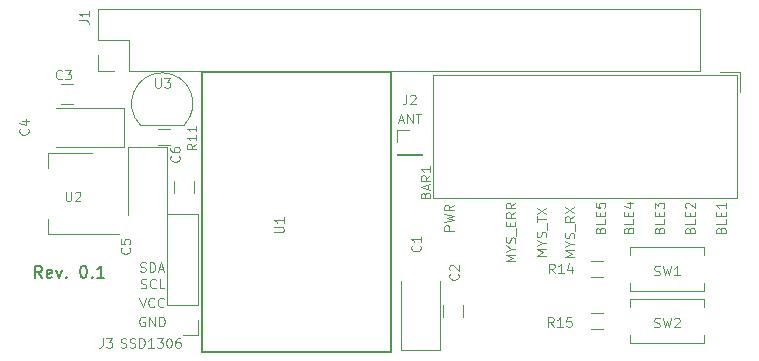
<source format=gto>
%TF.GenerationSoftware,KiCad,Pcbnew,no-vcs-found-47f37ef~60~ubuntu16.04.1*%
%TF.CreationDate,2017-10-11T15:33:38+03:00*%
%TF.ProjectId,rpi_zero,7270695F7A65726F2E6B696361645F70,rev?*%
%TF.SameCoordinates,Original*%
%TF.FileFunction,Legend,Top*%
%TF.FilePolarity,Positive*%
%FSLAX46Y46*%
G04 Gerber Fmt 4.6, Leading zero omitted, Abs format (unit mm)*
G04 Created by KiCad (PCBNEW no-vcs-found-47f37ef~60~ubuntu16.04.1) date Wed Oct 11 15:33:38 2017*
%MOMM*%
%LPD*%
G01*
G04 APERTURE LIST*
%ADD10C,0.120000*%
%ADD11C,0.140000*%
%ADD12C,0.150000*%
%ADD13O,1.200000X2.200000*%
%ADD14C,3.200000*%
%ADD15O,1.700000X1.700000*%
%ADD16R,1.700000X1.700000*%
%ADD17R,2.500000X3.200000*%
%ADD18R,1.250000X1.500000*%
%ADD19R,1.500000X1.250000*%
%ADD20R,3.200000X2.500000*%
%ADD21R,1.200000X3.000000*%
%ADD22R,2.000000X1.500000*%
%ADD23R,2.000000X3.800000*%
%ADD24R,1.200000X0.900000*%
%ADD25R,0.900000X1.500000*%
%ADD26O,0.900000X1.500000*%
%ADD27R,1.350000X1.350000*%
%ADD28R,2.000000X1.600000*%
G04 APERTURE END LIST*
D10*
X141997594Y-89792753D02*
X142378546Y-89792753D01*
X141921403Y-90021324D02*
X142188070Y-89221324D01*
X142454737Y-90021324D01*
X142721403Y-90021324D02*
X142721403Y-89221324D01*
X143178546Y-90021324D01*
X143178546Y-89221324D01*
X143445213Y-89221324D02*
X143902356Y-89221324D01*
X143673784Y-90021324D02*
X143673784Y-89221324D01*
X120140451Y-102583229D02*
X120254737Y-102621324D01*
X120445213Y-102621324D01*
X120521403Y-102583229D01*
X120559499Y-102545134D01*
X120597594Y-102468943D01*
X120597594Y-102392753D01*
X120559499Y-102316562D01*
X120521403Y-102278467D01*
X120445213Y-102240372D01*
X120292832Y-102202277D01*
X120216641Y-102164181D01*
X120178546Y-102126086D01*
X120140451Y-102049896D01*
X120140451Y-101973705D01*
X120178546Y-101897515D01*
X120216641Y-101859420D01*
X120292832Y-101821324D01*
X120483308Y-101821324D01*
X120597594Y-101859420D01*
X120940451Y-102621324D02*
X120940451Y-101821324D01*
X121130927Y-101821324D01*
X121245213Y-101859420D01*
X121321403Y-101935610D01*
X121359499Y-102011800D01*
X121397594Y-102164181D01*
X121397594Y-102278467D01*
X121359499Y-102430848D01*
X121321403Y-102507039D01*
X121245213Y-102583229D01*
X121130927Y-102621324D01*
X120940451Y-102621324D01*
X121702356Y-102392753D02*
X122083308Y-102392753D01*
X121626165Y-102621324D02*
X121892832Y-101821324D01*
X122159499Y-102621324D01*
X120159499Y-103983229D02*
X120273784Y-104021324D01*
X120464260Y-104021324D01*
X120540451Y-103983229D01*
X120578546Y-103945134D01*
X120616641Y-103868943D01*
X120616641Y-103792753D01*
X120578546Y-103716562D01*
X120540451Y-103678467D01*
X120464260Y-103640372D01*
X120311880Y-103602277D01*
X120235689Y-103564181D01*
X120197594Y-103526086D01*
X120159499Y-103449896D01*
X120159499Y-103373705D01*
X120197594Y-103297515D01*
X120235689Y-103259420D01*
X120311880Y-103221324D01*
X120502356Y-103221324D01*
X120616641Y-103259420D01*
X121416641Y-103945134D02*
X121378546Y-103983229D01*
X121264260Y-104021324D01*
X121188070Y-104021324D01*
X121073784Y-103983229D01*
X120997594Y-103907039D01*
X120959499Y-103830848D01*
X120921403Y-103678467D01*
X120921403Y-103564181D01*
X120959499Y-103411800D01*
X120997594Y-103335610D01*
X121073784Y-103259420D01*
X121188070Y-103221324D01*
X121264260Y-103221324D01*
X121378546Y-103259420D01*
X121416641Y-103297515D01*
X122140451Y-104021324D02*
X121759499Y-104021324D01*
X121759499Y-103221324D01*
X120045213Y-104821324D02*
X120311880Y-105621324D01*
X120578546Y-104821324D01*
X121302356Y-105545134D02*
X121264260Y-105583229D01*
X121149975Y-105621324D01*
X121073784Y-105621324D01*
X120959499Y-105583229D01*
X120883308Y-105507039D01*
X120845213Y-105430848D01*
X120807118Y-105278467D01*
X120807118Y-105164181D01*
X120845213Y-105011800D01*
X120883308Y-104935610D01*
X120959499Y-104859420D01*
X121073784Y-104821324D01*
X121149975Y-104821324D01*
X121264260Y-104859420D01*
X121302356Y-104897515D01*
X122102356Y-105545134D02*
X122064260Y-105583229D01*
X121949975Y-105621324D01*
X121873784Y-105621324D01*
X121759499Y-105583229D01*
X121683308Y-105507039D01*
X121645213Y-105430848D01*
X121607118Y-105278467D01*
X121607118Y-105164181D01*
X121645213Y-105011800D01*
X121683308Y-104935610D01*
X121759499Y-104859420D01*
X121873784Y-104821324D01*
X121949975Y-104821324D01*
X122064260Y-104859420D01*
X122102356Y-104897515D01*
X120502356Y-106459420D02*
X120426165Y-106421324D01*
X120311880Y-106421324D01*
X120197594Y-106459420D01*
X120121403Y-106535610D01*
X120083308Y-106611800D01*
X120045213Y-106764181D01*
X120045213Y-106878467D01*
X120083308Y-107030848D01*
X120121403Y-107107039D01*
X120197594Y-107183229D01*
X120311880Y-107221324D01*
X120388070Y-107221324D01*
X120502356Y-107183229D01*
X120540451Y-107145134D01*
X120540451Y-106878467D01*
X120388070Y-106878467D01*
X120883308Y-107221324D02*
X120883308Y-106421324D01*
X121340451Y-107221324D01*
X121340451Y-106421324D01*
X121721403Y-107221324D02*
X121721403Y-106421324D01*
X121911880Y-106421324D01*
X122026165Y-106459420D01*
X122102356Y-106535610D01*
X122140451Y-106611800D01*
X122178546Y-106764181D01*
X122178546Y-106878467D01*
X122140451Y-107030848D01*
X122102356Y-107107039D01*
X122026165Y-107183229D01*
X121911880Y-107221324D01*
X121721403Y-107221324D01*
X118478546Y-108983229D02*
X118592832Y-109021324D01*
X118783308Y-109021324D01*
X118859499Y-108983229D01*
X118897594Y-108945134D01*
X118935689Y-108868943D01*
X118935689Y-108792753D01*
X118897594Y-108716562D01*
X118859499Y-108678467D01*
X118783308Y-108640372D01*
X118630927Y-108602277D01*
X118554737Y-108564181D01*
X118516641Y-108526086D01*
X118478546Y-108449896D01*
X118478546Y-108373705D01*
X118516641Y-108297515D01*
X118554737Y-108259420D01*
X118630927Y-108221324D01*
X118821403Y-108221324D01*
X118935689Y-108259420D01*
X119240451Y-108983229D02*
X119354737Y-109021324D01*
X119545213Y-109021324D01*
X119621403Y-108983229D01*
X119659499Y-108945134D01*
X119697594Y-108868943D01*
X119697594Y-108792753D01*
X119659499Y-108716562D01*
X119621403Y-108678467D01*
X119545213Y-108640372D01*
X119392832Y-108602277D01*
X119316641Y-108564181D01*
X119278546Y-108526086D01*
X119240451Y-108449896D01*
X119240451Y-108373705D01*
X119278546Y-108297515D01*
X119316641Y-108259420D01*
X119392832Y-108221324D01*
X119583308Y-108221324D01*
X119697594Y-108259420D01*
X120040451Y-109021324D02*
X120040451Y-108221324D01*
X120230927Y-108221324D01*
X120345213Y-108259420D01*
X120421403Y-108335610D01*
X120459499Y-108411800D01*
X120497594Y-108564181D01*
X120497594Y-108678467D01*
X120459499Y-108830848D01*
X120421403Y-108907039D01*
X120345213Y-108983229D01*
X120230927Y-109021324D01*
X120040451Y-109021324D01*
X121259499Y-109021324D02*
X120802356Y-109021324D01*
X121030927Y-109021324D02*
X121030927Y-108221324D01*
X120954737Y-108335610D01*
X120878546Y-108411800D01*
X120802356Y-108449896D01*
X121526165Y-108221324D02*
X122021403Y-108221324D01*
X121754737Y-108526086D01*
X121869022Y-108526086D01*
X121945213Y-108564181D01*
X121983308Y-108602277D01*
X122021403Y-108678467D01*
X122021403Y-108868943D01*
X121983308Y-108945134D01*
X121945213Y-108983229D01*
X121869022Y-109021324D01*
X121640451Y-109021324D01*
X121564260Y-108983229D01*
X121526165Y-108945134D01*
X122516641Y-108221324D02*
X122592832Y-108221324D01*
X122669022Y-108259420D01*
X122707118Y-108297515D01*
X122745213Y-108373705D01*
X122783308Y-108526086D01*
X122783308Y-108716562D01*
X122745213Y-108868943D01*
X122707118Y-108945134D01*
X122669022Y-108983229D01*
X122592832Y-109021324D01*
X122516641Y-109021324D01*
X122440451Y-108983229D01*
X122402356Y-108945134D01*
X122364260Y-108868943D01*
X122326165Y-108716562D01*
X122326165Y-108526086D01*
X122364260Y-108373705D01*
X122402356Y-108297515D01*
X122440451Y-108259420D01*
X122516641Y-108221324D01*
X123469022Y-108221324D02*
X123316641Y-108221324D01*
X123240451Y-108259420D01*
X123202356Y-108297515D01*
X123126165Y-108411800D01*
X123088070Y-108564181D01*
X123088070Y-108868943D01*
X123126165Y-108945134D01*
X123164260Y-108983229D01*
X123240451Y-109021324D01*
X123392832Y-109021324D01*
X123469022Y-108983229D01*
X123507118Y-108945134D01*
X123545213Y-108868943D01*
X123545213Y-108678467D01*
X123507118Y-108602277D01*
X123469022Y-108564181D01*
X123392832Y-108526086D01*
X123240451Y-108526086D01*
X123164260Y-108564181D01*
X123126165Y-108602277D01*
X123088070Y-108678467D01*
D11*
X111802356Y-103111800D02*
X111469022Y-102635610D01*
X111230927Y-103111800D02*
X111230927Y-102111800D01*
X111611880Y-102111800D01*
X111707118Y-102159420D01*
X111754737Y-102207039D01*
X111802356Y-102302277D01*
X111802356Y-102445134D01*
X111754737Y-102540372D01*
X111707118Y-102587991D01*
X111611880Y-102635610D01*
X111230927Y-102635610D01*
X112611880Y-103064181D02*
X112516641Y-103111800D01*
X112326165Y-103111800D01*
X112230927Y-103064181D01*
X112183308Y-102968943D01*
X112183308Y-102587991D01*
X112230927Y-102492753D01*
X112326165Y-102445134D01*
X112516641Y-102445134D01*
X112611880Y-102492753D01*
X112659499Y-102587991D01*
X112659499Y-102683229D01*
X112183308Y-102778467D01*
X112992832Y-102445134D02*
X113230927Y-103111800D01*
X113469022Y-102445134D01*
X113849975Y-103016562D02*
X113897594Y-103064181D01*
X113849975Y-103111800D01*
X113802356Y-103064181D01*
X113849975Y-103016562D01*
X113849975Y-103111800D01*
X115278546Y-102111800D02*
X115373784Y-102111800D01*
X115469022Y-102159420D01*
X115516641Y-102207039D01*
X115564260Y-102302277D01*
X115611880Y-102492753D01*
X115611880Y-102730848D01*
X115564260Y-102921324D01*
X115516641Y-103016562D01*
X115469022Y-103064181D01*
X115373784Y-103111800D01*
X115278546Y-103111800D01*
X115183308Y-103064181D01*
X115135689Y-103016562D01*
X115088070Y-102921324D01*
X115040451Y-102730848D01*
X115040451Y-102492753D01*
X115088070Y-102302277D01*
X115135689Y-102207039D01*
X115183308Y-102159420D01*
X115278546Y-102111800D01*
X116040451Y-103016562D02*
X116088070Y-103064181D01*
X116040451Y-103111800D01*
X115992832Y-103064181D01*
X116040451Y-103016562D01*
X116040451Y-103111800D01*
X117040451Y-103111800D02*
X116469022Y-103111800D01*
X116754737Y-103111800D02*
X116754737Y-102111800D01*
X116659499Y-102254658D01*
X116564260Y-102349896D01*
X116469022Y-102397515D01*
D10*
X159054737Y-99068943D02*
X159092832Y-98954658D01*
X159130927Y-98916562D01*
X159207118Y-98878467D01*
X159321403Y-98878467D01*
X159397594Y-98916562D01*
X159435689Y-98954658D01*
X159473784Y-99030848D01*
X159473784Y-99335610D01*
X158673784Y-99335610D01*
X158673784Y-99068943D01*
X158711880Y-98992753D01*
X158749975Y-98954658D01*
X158826165Y-98916562D01*
X158902356Y-98916562D01*
X158978546Y-98954658D01*
X159016641Y-98992753D01*
X159054737Y-99068943D01*
X159054737Y-99335610D01*
X159473784Y-98154658D02*
X159473784Y-98535610D01*
X158673784Y-98535610D01*
X159054737Y-97887991D02*
X159054737Y-97621324D01*
X159473784Y-97507039D02*
X159473784Y-97887991D01*
X158673784Y-97887991D01*
X158673784Y-97507039D01*
X158673784Y-96783229D02*
X158673784Y-97164181D01*
X159054737Y-97202277D01*
X159016641Y-97164181D01*
X158978546Y-97087991D01*
X158978546Y-96897515D01*
X159016641Y-96821324D01*
X159054737Y-96783229D01*
X159130927Y-96745134D01*
X159321403Y-96745134D01*
X159397594Y-96783229D01*
X159435689Y-96821324D01*
X159473784Y-96897515D01*
X159473784Y-97087991D01*
X159435689Y-97164181D01*
X159397594Y-97202277D01*
X156873784Y-101335610D02*
X156073784Y-101335610D01*
X156645213Y-101068943D01*
X156073784Y-100802277D01*
X156873784Y-100802277D01*
X156492832Y-100268943D02*
X156873784Y-100268943D01*
X156073784Y-100535610D02*
X156492832Y-100268943D01*
X156073784Y-100002277D01*
X156835689Y-99773705D02*
X156873784Y-99659420D01*
X156873784Y-99468943D01*
X156835689Y-99392753D01*
X156797594Y-99354658D01*
X156721403Y-99316562D01*
X156645213Y-99316562D01*
X156569022Y-99354658D01*
X156530927Y-99392753D01*
X156492832Y-99468943D01*
X156454737Y-99621324D01*
X156416641Y-99697515D01*
X156378546Y-99735610D01*
X156302356Y-99773705D01*
X156226165Y-99773705D01*
X156149975Y-99735610D01*
X156111880Y-99697515D01*
X156073784Y-99621324D01*
X156073784Y-99430848D01*
X156111880Y-99316562D01*
X156949975Y-99164181D02*
X156949975Y-98554658D01*
X156873784Y-97907039D02*
X156492832Y-98173705D01*
X156873784Y-98364181D02*
X156073784Y-98364181D01*
X156073784Y-98059420D01*
X156111880Y-97983229D01*
X156149975Y-97945134D01*
X156226165Y-97907039D01*
X156340451Y-97907039D01*
X156416641Y-97945134D01*
X156454737Y-97983229D01*
X156492832Y-98059420D01*
X156492832Y-98364181D01*
X156073784Y-97640372D02*
X156873784Y-97107039D01*
X156073784Y-97107039D02*
X156873784Y-97640372D01*
X154473784Y-101240372D02*
X153673784Y-101240372D01*
X154245213Y-100973705D01*
X153673784Y-100707039D01*
X154473784Y-100707039D01*
X154092832Y-100173705D02*
X154473784Y-100173705D01*
X153673784Y-100440372D02*
X154092832Y-100173705D01*
X153673784Y-99907039D01*
X154435689Y-99678467D02*
X154473784Y-99564181D01*
X154473784Y-99373705D01*
X154435689Y-99297515D01*
X154397594Y-99259420D01*
X154321403Y-99221324D01*
X154245213Y-99221324D01*
X154169022Y-99259420D01*
X154130927Y-99297515D01*
X154092832Y-99373705D01*
X154054737Y-99526086D01*
X154016641Y-99602277D01*
X153978546Y-99640372D01*
X153902356Y-99678467D01*
X153826165Y-99678467D01*
X153749975Y-99640372D01*
X153711880Y-99602277D01*
X153673784Y-99526086D01*
X153673784Y-99335610D01*
X153711880Y-99221324D01*
X154549975Y-99068943D02*
X154549975Y-98459420D01*
X153673784Y-98383229D02*
X153673784Y-97926086D01*
X154473784Y-98154658D02*
X153673784Y-98154658D01*
X153673784Y-97735610D02*
X154473784Y-97202277D01*
X153673784Y-97202277D02*
X154473784Y-97735610D01*
X151873784Y-101716562D02*
X151073784Y-101716562D01*
X151645213Y-101449896D01*
X151073784Y-101183229D01*
X151873784Y-101183229D01*
X151492832Y-100649896D02*
X151873784Y-100649896D01*
X151073784Y-100916562D02*
X151492832Y-100649896D01*
X151073784Y-100383229D01*
X151835689Y-100154658D02*
X151873784Y-100040372D01*
X151873784Y-99849896D01*
X151835689Y-99773705D01*
X151797594Y-99735610D01*
X151721403Y-99697515D01*
X151645213Y-99697515D01*
X151569022Y-99735610D01*
X151530927Y-99773705D01*
X151492832Y-99849896D01*
X151454737Y-100002277D01*
X151416641Y-100078467D01*
X151378546Y-100116562D01*
X151302356Y-100154658D01*
X151226165Y-100154658D01*
X151149975Y-100116562D01*
X151111880Y-100078467D01*
X151073784Y-100002277D01*
X151073784Y-99811800D01*
X151111880Y-99697515D01*
X151949975Y-99545134D02*
X151949975Y-98935610D01*
X151454737Y-98745134D02*
X151454737Y-98478467D01*
X151873784Y-98364181D02*
X151873784Y-98745134D01*
X151073784Y-98745134D01*
X151073784Y-98364181D01*
X151873784Y-97564181D02*
X151492832Y-97830848D01*
X151873784Y-98021324D02*
X151073784Y-98021324D01*
X151073784Y-97716562D01*
X151111880Y-97640372D01*
X151149975Y-97602277D01*
X151226165Y-97564181D01*
X151340451Y-97564181D01*
X151416641Y-97602277D01*
X151454737Y-97640372D01*
X151492832Y-97716562D01*
X151492832Y-98021324D01*
X151873784Y-96764181D02*
X151492832Y-97030848D01*
X151873784Y-97221324D02*
X151073784Y-97221324D01*
X151073784Y-96916562D01*
X151111880Y-96840372D01*
X151149975Y-96802277D01*
X151226165Y-96764181D01*
X151340451Y-96764181D01*
X151416641Y-96802277D01*
X151454737Y-96840372D01*
X151492832Y-96916562D01*
X151492832Y-97221324D01*
X146673784Y-99126086D02*
X145873784Y-99126086D01*
X145873784Y-98821324D01*
X145911880Y-98745134D01*
X145949975Y-98707039D01*
X146026165Y-98668943D01*
X146140451Y-98668943D01*
X146216641Y-98707039D01*
X146254737Y-98745134D01*
X146292832Y-98821324D01*
X146292832Y-99126086D01*
X145873784Y-98402277D02*
X146673784Y-98211800D01*
X146102356Y-98059420D01*
X146673784Y-97907039D01*
X145873784Y-97716562D01*
X146673784Y-96954658D02*
X146292832Y-97221324D01*
X146673784Y-97411800D02*
X145873784Y-97411800D01*
X145873784Y-97107039D01*
X145911880Y-97030848D01*
X145949975Y-96992753D01*
X146026165Y-96954658D01*
X146140451Y-96954658D01*
X146216641Y-96992753D01*
X146254737Y-97030848D01*
X146292832Y-97107039D01*
X146292832Y-97411800D01*
X161454737Y-99068943D02*
X161492832Y-98954658D01*
X161530927Y-98916562D01*
X161607118Y-98878467D01*
X161721403Y-98878467D01*
X161797594Y-98916562D01*
X161835689Y-98954658D01*
X161873784Y-99030848D01*
X161873784Y-99335610D01*
X161073784Y-99335610D01*
X161073784Y-99068943D01*
X161111880Y-98992753D01*
X161149975Y-98954658D01*
X161226165Y-98916562D01*
X161302356Y-98916562D01*
X161378546Y-98954658D01*
X161416641Y-98992753D01*
X161454737Y-99068943D01*
X161454737Y-99335610D01*
X161873784Y-98154658D02*
X161873784Y-98535610D01*
X161073784Y-98535610D01*
X161454737Y-97887991D02*
X161454737Y-97621324D01*
X161873784Y-97507039D02*
X161873784Y-97887991D01*
X161073784Y-97887991D01*
X161073784Y-97507039D01*
X161340451Y-96821324D02*
X161873784Y-96821324D01*
X161035689Y-97011800D02*
X161607118Y-97202277D01*
X161607118Y-96707039D01*
X164054737Y-99068943D02*
X164092832Y-98954658D01*
X164130927Y-98916562D01*
X164207118Y-98878467D01*
X164321403Y-98878467D01*
X164397594Y-98916562D01*
X164435689Y-98954658D01*
X164473784Y-99030848D01*
X164473784Y-99335610D01*
X163673784Y-99335610D01*
X163673784Y-99068943D01*
X163711880Y-98992753D01*
X163749975Y-98954658D01*
X163826165Y-98916562D01*
X163902356Y-98916562D01*
X163978546Y-98954658D01*
X164016641Y-98992753D01*
X164054737Y-99068943D01*
X164054737Y-99335610D01*
X164473784Y-98154658D02*
X164473784Y-98535610D01*
X163673784Y-98535610D01*
X164054737Y-97887991D02*
X164054737Y-97621324D01*
X164473784Y-97507039D02*
X164473784Y-97887991D01*
X163673784Y-97887991D01*
X163673784Y-97507039D01*
X163673784Y-97240372D02*
X163673784Y-96745134D01*
X163978546Y-97011800D01*
X163978546Y-96897515D01*
X164016641Y-96821324D01*
X164054737Y-96783229D01*
X164130927Y-96745134D01*
X164321403Y-96745134D01*
X164397594Y-96783229D01*
X164435689Y-96821324D01*
X164473784Y-96897515D01*
X164473784Y-97126086D01*
X164435689Y-97202277D01*
X164397594Y-97240372D01*
X166654737Y-99068943D02*
X166692832Y-98954658D01*
X166730927Y-98916562D01*
X166807118Y-98878467D01*
X166921403Y-98878467D01*
X166997594Y-98916562D01*
X167035689Y-98954658D01*
X167073784Y-99030848D01*
X167073784Y-99335610D01*
X166273784Y-99335610D01*
X166273784Y-99068943D01*
X166311880Y-98992753D01*
X166349975Y-98954658D01*
X166426165Y-98916562D01*
X166502356Y-98916562D01*
X166578546Y-98954658D01*
X166616641Y-98992753D01*
X166654737Y-99068943D01*
X166654737Y-99335610D01*
X167073784Y-98154658D02*
X167073784Y-98535610D01*
X166273784Y-98535610D01*
X166654737Y-97887991D02*
X166654737Y-97621324D01*
X167073784Y-97507039D02*
X167073784Y-97887991D01*
X166273784Y-97887991D01*
X166273784Y-97507039D01*
X166349975Y-97202277D02*
X166311880Y-97164181D01*
X166273784Y-97087991D01*
X166273784Y-96897515D01*
X166311880Y-96821324D01*
X166349975Y-96783229D01*
X166426165Y-96745134D01*
X166502356Y-96745134D01*
X166616641Y-96783229D01*
X167073784Y-97240372D01*
X167073784Y-96745134D01*
X169254737Y-99068943D02*
X169292832Y-98954658D01*
X169330927Y-98916562D01*
X169407118Y-98878467D01*
X169521403Y-98878467D01*
X169597594Y-98916562D01*
X169635689Y-98954658D01*
X169673784Y-99030848D01*
X169673784Y-99335610D01*
X168873784Y-99335610D01*
X168873784Y-99068943D01*
X168911880Y-98992753D01*
X168949975Y-98954658D01*
X169026165Y-98916562D01*
X169102356Y-98916562D01*
X169178546Y-98954658D01*
X169216641Y-98992753D01*
X169254737Y-99068943D01*
X169254737Y-99335610D01*
X169673784Y-98154658D02*
X169673784Y-98535610D01*
X168873784Y-98535610D01*
X169254737Y-97887991D02*
X169254737Y-97621324D01*
X169673784Y-97507039D02*
X169673784Y-97887991D01*
X168873784Y-97887991D01*
X168873784Y-97507039D01*
X169673784Y-96745134D02*
X169673784Y-97202277D01*
X169673784Y-96973705D02*
X168873784Y-96973705D01*
X168988070Y-97049896D01*
X169064260Y-97126086D01*
X169102356Y-97202277D01*
X170621880Y-96389420D02*
X144941880Y-96389420D01*
X170621880Y-85949420D02*
X170621880Y-96389420D01*
X144941880Y-85949420D02*
X170621880Y-85949420D01*
X144941880Y-96389420D02*
X144941880Y-85949420D01*
X170911880Y-85659420D02*
X169211880Y-85659420D01*
X170911880Y-87359420D02*
X170911880Y-85659420D01*
X116581880Y-85589420D02*
X116581880Y-84259420D01*
X117911880Y-85589420D02*
X116581880Y-85589420D01*
X116581880Y-82989420D02*
X116581880Y-80389420D01*
X119181880Y-82989420D02*
X116581880Y-82989420D01*
X119181880Y-85589420D02*
X119181880Y-82989420D01*
X116581880Y-80389420D02*
X167501880Y-80389420D01*
X119181880Y-85589420D02*
X167501880Y-85589420D01*
X167501880Y-85589420D02*
X167501880Y-80389420D01*
X142161880Y-109209420D02*
X145461880Y-109209420D01*
X145461880Y-109209420D02*
X145461880Y-103409420D01*
X142161880Y-109209420D02*
X142161880Y-103409420D01*
X145761880Y-105459420D02*
X145761880Y-106459420D01*
X147461880Y-106459420D02*
X147461880Y-105459420D01*
X113411880Y-88409420D02*
X114411880Y-88409420D01*
X114411880Y-86709420D02*
X113411880Y-86709420D01*
X118761880Y-92009420D02*
X118761880Y-88709420D01*
X118761880Y-88709420D02*
X112961880Y-88709420D01*
X118761880Y-92009420D02*
X112961880Y-92009420D01*
X122361880Y-92009420D02*
X122361880Y-97809420D01*
X119061880Y-92009420D02*
X119061880Y-97809420D01*
X122361880Y-92009420D02*
X119061880Y-92009420D01*
X122961880Y-94959420D02*
X122961880Y-95959420D01*
X124661880Y-95959420D02*
X124661880Y-94959420D01*
D12*
X141311880Y-109359420D02*
X125311880Y-109359420D01*
X141311880Y-85659420D02*
X141311880Y-109359420D01*
X125311880Y-85659420D02*
X141311880Y-85659420D01*
X125311880Y-109359420D02*
X125311880Y-85659420D01*
D10*
X118311880Y-99369420D02*
X112301880Y-99369420D01*
X116061880Y-92549420D02*
X112301880Y-92549420D01*
X112301880Y-99369420D02*
X112301880Y-98109420D01*
X112301880Y-92549420D02*
X112301880Y-93809420D01*
X122611880Y-91839420D02*
X121611880Y-91839420D01*
X121611880Y-90479420D02*
X122611880Y-90479420D01*
X123820358Y-90197898D02*
G75*
G03X121981880Y-85759420I-1838478J1838478D01*
G01*
X120143402Y-90197898D02*
G75*
G02X121981880Y-85759420I1838478J1838478D01*
G01*
X120181880Y-90209420D02*
X123781880Y-90209420D01*
X141851880Y-90599420D02*
X142911880Y-90599420D01*
X141851880Y-91659420D02*
X141851880Y-90599420D01*
X141851880Y-92659420D02*
X143971880Y-92659420D01*
X143971880Y-92659420D02*
X143971880Y-92719420D01*
X141851880Y-92659420D02*
X141851880Y-92719420D01*
X141851880Y-92719420D02*
X143971880Y-92719420D01*
X125041880Y-107989420D02*
X123711880Y-107989420D01*
X125041880Y-106659420D02*
X125041880Y-107989420D01*
X125041880Y-105389420D02*
X122381880Y-105389420D01*
X122381880Y-105389420D02*
X122381880Y-97709420D01*
X125041880Y-105389420D02*
X125041880Y-97709420D01*
X125041880Y-97709420D02*
X122381880Y-97709420D01*
X158311880Y-101679420D02*
X159311880Y-101679420D01*
X159311880Y-103039420D02*
X158311880Y-103039420D01*
X161611880Y-104209420D02*
X167811880Y-104209420D01*
X167811880Y-100509420D02*
X161611880Y-100509420D01*
X161611880Y-100509420D02*
X161611880Y-101159420D01*
X161611880Y-103559420D02*
X161611880Y-104209420D01*
X167811880Y-104209420D02*
X167811880Y-103559420D01*
X167811880Y-100509420D02*
X167811880Y-101159420D01*
X158311880Y-106079420D02*
X159311880Y-106079420D01*
X159311880Y-107439420D02*
X158311880Y-107439420D01*
X161611880Y-108609420D02*
X167811880Y-108609420D01*
X167811880Y-104909420D02*
X161611880Y-104909420D01*
X161611880Y-104909420D02*
X161611880Y-105559420D01*
X161611880Y-107959420D02*
X161611880Y-108609420D01*
X167811880Y-108609420D02*
X167811880Y-107959420D01*
X167811880Y-104909420D02*
X167811880Y-105559420D01*
X144254737Y-96126086D02*
X144292832Y-96011800D01*
X144330927Y-95973705D01*
X144407118Y-95935610D01*
X144521403Y-95935610D01*
X144597594Y-95973705D01*
X144635689Y-96011800D01*
X144673784Y-96087991D01*
X144673784Y-96392753D01*
X143873784Y-96392753D01*
X143873784Y-96126086D01*
X143911880Y-96049896D01*
X143949975Y-96011800D01*
X144026165Y-95973705D01*
X144102356Y-95973705D01*
X144178546Y-96011800D01*
X144216641Y-96049896D01*
X144254737Y-96126086D01*
X144254737Y-96392753D01*
X144445213Y-95630848D02*
X144445213Y-95249896D01*
X144673784Y-95707039D02*
X143873784Y-95440372D01*
X144673784Y-95173705D01*
X144673784Y-94449896D02*
X144292832Y-94716562D01*
X144673784Y-94907039D02*
X143873784Y-94907039D01*
X143873784Y-94602277D01*
X143911880Y-94526086D01*
X143949975Y-94487991D01*
X144026165Y-94449896D01*
X144140451Y-94449896D01*
X144216641Y-94487991D01*
X144254737Y-94526086D01*
X144292832Y-94602277D01*
X144292832Y-94907039D01*
X144673784Y-93687991D02*
X144673784Y-94145134D01*
X144673784Y-93916562D02*
X143873784Y-93916562D01*
X143988070Y-93992753D01*
X144064260Y-94068943D01*
X144102356Y-94145134D01*
X114973784Y-81326086D02*
X115545213Y-81326086D01*
X115659499Y-81364181D01*
X115735689Y-81440372D01*
X115773784Y-81554658D01*
X115773784Y-81630848D01*
X115773784Y-80526086D02*
X115773784Y-80983229D01*
X115773784Y-80754658D02*
X114973784Y-80754658D01*
X115088070Y-80830848D01*
X115164260Y-80907039D01*
X115202356Y-80983229D01*
X143797594Y-100392753D02*
X143835689Y-100430848D01*
X143873784Y-100545134D01*
X143873784Y-100621324D01*
X143835689Y-100735610D01*
X143759499Y-100811800D01*
X143683308Y-100849896D01*
X143530927Y-100887991D01*
X143416641Y-100887991D01*
X143264260Y-100849896D01*
X143188070Y-100811800D01*
X143111880Y-100735610D01*
X143073784Y-100621324D01*
X143073784Y-100545134D01*
X143111880Y-100430848D01*
X143149975Y-100392753D01*
X143873784Y-99630848D02*
X143873784Y-100087991D01*
X143873784Y-99859420D02*
X143073784Y-99859420D01*
X143188070Y-99935610D01*
X143264260Y-100011800D01*
X143302356Y-100087991D01*
X146997594Y-102792753D02*
X147035689Y-102830848D01*
X147073784Y-102945134D01*
X147073784Y-103021324D01*
X147035689Y-103135610D01*
X146959499Y-103211800D01*
X146883308Y-103249896D01*
X146730927Y-103287991D01*
X146616641Y-103287991D01*
X146464260Y-103249896D01*
X146388070Y-103211800D01*
X146311880Y-103135610D01*
X146273784Y-103021324D01*
X146273784Y-102945134D01*
X146311880Y-102830848D01*
X146349975Y-102792753D01*
X146349975Y-102487991D02*
X146311880Y-102449896D01*
X146273784Y-102373705D01*
X146273784Y-102183229D01*
X146311880Y-102107039D01*
X146349975Y-102068943D01*
X146426165Y-102030848D01*
X146502356Y-102030848D01*
X146616641Y-102068943D01*
X147073784Y-102526086D01*
X147073784Y-102030848D01*
X113478546Y-86245134D02*
X113440451Y-86283229D01*
X113326165Y-86321324D01*
X113249975Y-86321324D01*
X113135689Y-86283229D01*
X113059499Y-86207039D01*
X113021403Y-86130848D01*
X112983308Y-85978467D01*
X112983308Y-85864181D01*
X113021403Y-85711800D01*
X113059499Y-85635610D01*
X113135689Y-85559420D01*
X113249975Y-85521324D01*
X113326165Y-85521324D01*
X113440451Y-85559420D01*
X113478546Y-85597515D01*
X113745213Y-85521324D02*
X114240451Y-85521324D01*
X113973784Y-85826086D01*
X114088070Y-85826086D01*
X114164260Y-85864181D01*
X114202356Y-85902277D01*
X114240451Y-85978467D01*
X114240451Y-86168943D01*
X114202356Y-86245134D01*
X114164260Y-86283229D01*
X114088070Y-86321324D01*
X113859499Y-86321324D01*
X113783308Y-86283229D01*
X113745213Y-86245134D01*
X110597594Y-90492753D02*
X110635689Y-90530848D01*
X110673784Y-90645134D01*
X110673784Y-90721324D01*
X110635689Y-90835610D01*
X110559499Y-90911800D01*
X110483308Y-90949896D01*
X110330927Y-90987991D01*
X110216641Y-90987991D01*
X110064260Y-90949896D01*
X109988070Y-90911800D01*
X109911880Y-90835610D01*
X109873784Y-90721324D01*
X109873784Y-90645134D01*
X109911880Y-90530848D01*
X109949975Y-90492753D01*
X110140451Y-89807039D02*
X110673784Y-89807039D01*
X109835689Y-89997515D02*
X110407118Y-90187991D01*
X110407118Y-89692753D01*
X119197594Y-100592753D02*
X119235689Y-100630848D01*
X119273784Y-100745134D01*
X119273784Y-100821324D01*
X119235689Y-100935610D01*
X119159499Y-101011800D01*
X119083308Y-101049896D01*
X118930927Y-101087991D01*
X118816641Y-101087991D01*
X118664260Y-101049896D01*
X118588070Y-101011800D01*
X118511880Y-100935610D01*
X118473784Y-100821324D01*
X118473784Y-100745134D01*
X118511880Y-100630848D01*
X118549975Y-100592753D01*
X118473784Y-99868943D02*
X118473784Y-100249896D01*
X118854737Y-100287991D01*
X118816641Y-100249896D01*
X118778546Y-100173705D01*
X118778546Y-99983229D01*
X118816641Y-99907039D01*
X118854737Y-99868943D01*
X118930927Y-99830848D01*
X119121403Y-99830848D01*
X119197594Y-99868943D01*
X119235689Y-99907039D01*
X119273784Y-99983229D01*
X119273784Y-100173705D01*
X119235689Y-100249896D01*
X119197594Y-100287991D01*
X123397594Y-92792753D02*
X123435689Y-92830848D01*
X123473784Y-92945134D01*
X123473784Y-93021324D01*
X123435689Y-93135610D01*
X123359499Y-93211800D01*
X123283308Y-93249896D01*
X123130927Y-93287991D01*
X123016641Y-93287991D01*
X122864260Y-93249896D01*
X122788070Y-93211800D01*
X122711880Y-93135610D01*
X122673784Y-93021324D01*
X122673784Y-92945134D01*
X122711880Y-92830848D01*
X122749975Y-92792753D01*
X122673784Y-92107039D02*
X122673784Y-92259420D01*
X122711880Y-92335610D01*
X122749975Y-92373705D01*
X122864260Y-92449896D01*
X123016641Y-92487991D01*
X123321403Y-92487991D01*
X123397594Y-92449896D01*
X123435689Y-92411800D01*
X123473784Y-92335610D01*
X123473784Y-92183229D01*
X123435689Y-92107039D01*
X123397594Y-92068943D01*
X123321403Y-92030848D01*
X123130927Y-92030848D01*
X123054737Y-92068943D01*
X123016641Y-92107039D01*
X122978546Y-92183229D01*
X122978546Y-92335610D01*
X123016641Y-92411800D01*
X123054737Y-92449896D01*
X123130927Y-92487991D01*
X131473784Y-99268943D02*
X132121403Y-99268943D01*
X132197594Y-99230848D01*
X132235689Y-99192753D01*
X132273784Y-99116562D01*
X132273784Y-98964181D01*
X132235689Y-98887991D01*
X132197594Y-98849896D01*
X132121403Y-98811800D01*
X131473784Y-98811800D01*
X132273784Y-98011800D02*
X132273784Y-98468943D01*
X132273784Y-98240372D02*
X131473784Y-98240372D01*
X131588070Y-98316562D01*
X131664260Y-98392753D01*
X131702356Y-98468943D01*
X113802356Y-95821324D02*
X113802356Y-96468943D01*
X113840451Y-96545134D01*
X113878546Y-96583229D01*
X113954737Y-96621324D01*
X114107118Y-96621324D01*
X114183308Y-96583229D01*
X114221403Y-96545134D01*
X114259499Y-96468943D01*
X114259499Y-95821324D01*
X114602356Y-95897515D02*
X114640451Y-95859420D01*
X114716641Y-95821324D01*
X114907118Y-95821324D01*
X114983308Y-95859420D01*
X115021403Y-95897515D01*
X115059499Y-95973705D01*
X115059499Y-96049896D01*
X115021403Y-96164181D01*
X114564260Y-96621324D01*
X115059499Y-96621324D01*
X124873784Y-91773705D02*
X124492832Y-92040372D01*
X124873784Y-92230848D02*
X124073784Y-92230848D01*
X124073784Y-91926086D01*
X124111880Y-91849896D01*
X124149975Y-91811800D01*
X124226165Y-91773705D01*
X124340451Y-91773705D01*
X124416641Y-91811800D01*
X124454737Y-91849896D01*
X124492832Y-91926086D01*
X124492832Y-92230848D01*
X124873784Y-91011800D02*
X124873784Y-91468943D01*
X124873784Y-91240372D02*
X124073784Y-91240372D01*
X124188070Y-91316562D01*
X124264260Y-91392753D01*
X124302356Y-91468943D01*
X124873784Y-90249896D02*
X124873784Y-90707039D01*
X124873784Y-90478467D02*
X124073784Y-90478467D01*
X124188070Y-90554658D01*
X124264260Y-90630848D01*
X124302356Y-90707039D01*
X121402356Y-86221324D02*
X121402356Y-86868943D01*
X121440451Y-86945134D01*
X121478546Y-86983229D01*
X121554737Y-87021324D01*
X121707118Y-87021324D01*
X121783308Y-86983229D01*
X121821403Y-86945134D01*
X121859499Y-86868943D01*
X121859499Y-86221324D01*
X122164260Y-86221324D02*
X122659499Y-86221324D01*
X122392832Y-86526086D01*
X122507118Y-86526086D01*
X122583308Y-86564181D01*
X122621403Y-86602277D01*
X122659499Y-86678467D01*
X122659499Y-86868943D01*
X122621403Y-86945134D01*
X122583308Y-86983229D01*
X122507118Y-87021324D01*
X122278546Y-87021324D01*
X122202356Y-86983229D01*
X122164260Y-86945134D01*
X142645213Y-87621324D02*
X142645213Y-88192753D01*
X142607118Y-88307039D01*
X142530927Y-88383229D01*
X142416641Y-88421324D01*
X142340451Y-88421324D01*
X142988070Y-87697515D02*
X143026165Y-87659420D01*
X143102356Y-87621324D01*
X143292832Y-87621324D01*
X143369022Y-87659420D01*
X143407118Y-87697515D01*
X143445213Y-87773705D01*
X143445213Y-87849896D01*
X143407118Y-87964181D01*
X142949975Y-88421324D01*
X143445213Y-88421324D01*
X116945213Y-108221324D02*
X116945213Y-108792753D01*
X116907118Y-108907039D01*
X116830927Y-108983229D01*
X116716641Y-109021324D01*
X116640451Y-109021324D01*
X117249975Y-108221324D02*
X117745213Y-108221324D01*
X117478546Y-108526086D01*
X117592832Y-108526086D01*
X117669022Y-108564181D01*
X117707118Y-108602277D01*
X117745213Y-108678467D01*
X117745213Y-108868943D01*
X117707118Y-108945134D01*
X117669022Y-108983229D01*
X117592832Y-109021324D01*
X117364260Y-109021324D01*
X117288070Y-108983229D01*
X117249975Y-108945134D01*
X155197594Y-102721324D02*
X154930927Y-102340372D01*
X154740451Y-102721324D02*
X154740451Y-101921324D01*
X155045213Y-101921324D01*
X155121403Y-101959420D01*
X155159499Y-101997515D01*
X155197594Y-102073705D01*
X155197594Y-102187991D01*
X155159499Y-102264181D01*
X155121403Y-102302277D01*
X155045213Y-102340372D01*
X154740451Y-102340372D01*
X155959499Y-102721324D02*
X155502356Y-102721324D01*
X155730927Y-102721324D02*
X155730927Y-101921324D01*
X155654737Y-102035610D01*
X155578546Y-102111800D01*
X155502356Y-102149896D01*
X156645213Y-102187991D02*
X156645213Y-102721324D01*
X156454737Y-101883229D02*
X156264260Y-102454658D01*
X156759499Y-102454658D01*
X163645213Y-102883229D02*
X163759499Y-102921324D01*
X163949975Y-102921324D01*
X164026165Y-102883229D01*
X164064260Y-102845134D01*
X164102356Y-102768943D01*
X164102356Y-102692753D01*
X164064260Y-102616562D01*
X164026165Y-102578467D01*
X163949975Y-102540372D01*
X163797594Y-102502277D01*
X163721403Y-102464181D01*
X163683308Y-102426086D01*
X163645213Y-102349896D01*
X163645213Y-102273705D01*
X163683308Y-102197515D01*
X163721403Y-102159420D01*
X163797594Y-102121324D01*
X163988070Y-102121324D01*
X164102356Y-102159420D01*
X164369022Y-102121324D02*
X164559499Y-102921324D01*
X164711880Y-102349896D01*
X164864260Y-102921324D01*
X165054737Y-102121324D01*
X165778546Y-102921324D02*
X165321403Y-102921324D01*
X165549975Y-102921324D02*
X165549975Y-102121324D01*
X165473784Y-102235610D01*
X165397594Y-102311800D01*
X165321403Y-102349896D01*
X155112593Y-107263824D02*
X154845926Y-106882872D01*
X154655450Y-107263824D02*
X154655450Y-106463824D01*
X154960212Y-106463824D01*
X155036402Y-106501920D01*
X155074498Y-106540015D01*
X155112593Y-106616205D01*
X155112593Y-106730491D01*
X155074498Y-106806681D01*
X155036402Y-106844777D01*
X154960212Y-106882872D01*
X154655450Y-106882872D01*
X155874498Y-107263824D02*
X155417355Y-107263824D01*
X155645926Y-107263824D02*
X155645926Y-106463824D01*
X155569736Y-106578110D01*
X155493545Y-106654300D01*
X155417355Y-106692396D01*
X156598307Y-106463824D02*
X156217355Y-106463824D01*
X156179259Y-106844777D01*
X156217355Y-106806681D01*
X156293545Y-106768586D01*
X156484021Y-106768586D01*
X156560212Y-106806681D01*
X156598307Y-106844777D01*
X156636402Y-106920967D01*
X156636402Y-107111443D01*
X156598307Y-107187634D01*
X156560212Y-107225729D01*
X156484021Y-107263824D01*
X156293545Y-107263824D01*
X156217355Y-107225729D01*
X156179259Y-107187634D01*
X163645213Y-107283229D02*
X163759499Y-107321324D01*
X163949975Y-107321324D01*
X164026165Y-107283229D01*
X164064260Y-107245134D01*
X164102356Y-107168943D01*
X164102356Y-107092753D01*
X164064260Y-107016562D01*
X164026165Y-106978467D01*
X163949975Y-106940372D01*
X163797594Y-106902277D01*
X163721403Y-106864181D01*
X163683308Y-106826086D01*
X163645213Y-106749896D01*
X163645213Y-106673705D01*
X163683308Y-106597515D01*
X163721403Y-106559420D01*
X163797594Y-106521324D01*
X163988070Y-106521324D01*
X164102356Y-106559420D01*
X164369022Y-106521324D02*
X164559499Y-107321324D01*
X164711880Y-106749896D01*
X164864260Y-107321324D01*
X165054737Y-106521324D01*
X165321403Y-106597515D02*
X165359499Y-106559420D01*
X165435689Y-106521324D01*
X165626165Y-106521324D01*
X165702356Y-106559420D01*
X165740451Y-106597515D01*
X165778546Y-106673705D01*
X165778546Y-106749896D01*
X165740451Y-106864181D01*
X165283308Y-107321324D01*
X165778546Y-107321324D01*
%LPC*%
D13*
X169211880Y-94979420D03*
X166671880Y-94979420D03*
X164131880Y-94979420D03*
X161591880Y-94979420D03*
X148891880Y-87359420D03*
X146351880Y-87359420D03*
X146351880Y-94979420D03*
X148891880Y-94979420D03*
X151431880Y-87359420D03*
X153971880Y-87359420D03*
X156511880Y-87359420D03*
X159051880Y-87359420D03*
X159051880Y-94979420D03*
X156511880Y-94979420D03*
X153971880Y-94979420D03*
X151431880Y-94979420D03*
X161591880Y-87359420D03*
X164131880Y-87359420D03*
X166671880Y-87359420D03*
X169211880Y-87359420D03*
D14*
X112711880Y-82659420D03*
X112711880Y-106359420D03*
X171311880Y-106359420D03*
X171311880Y-82659420D03*
D15*
X166171880Y-81719420D03*
X166171880Y-84259420D03*
X163631880Y-81719420D03*
X163631880Y-84259420D03*
X161091880Y-81719420D03*
X161091880Y-84259420D03*
X158551880Y-81719420D03*
X158551880Y-84259420D03*
X156011880Y-81719420D03*
X156011880Y-84259420D03*
X153471880Y-81719420D03*
X153471880Y-84259420D03*
X150931880Y-81719420D03*
X150931880Y-84259420D03*
X148391880Y-81719420D03*
X148391880Y-84259420D03*
X145851880Y-81719420D03*
X145851880Y-84259420D03*
X143311880Y-81719420D03*
X143311880Y-84259420D03*
X140771880Y-81719420D03*
X140771880Y-84259420D03*
X138231880Y-81719420D03*
X138231880Y-84259420D03*
X135691880Y-81719420D03*
X135691880Y-84259420D03*
X133151880Y-81719420D03*
X133151880Y-84259420D03*
X130611880Y-81719420D03*
X130611880Y-84259420D03*
X128071880Y-81719420D03*
X128071880Y-84259420D03*
X125531880Y-81719420D03*
X125531880Y-84259420D03*
X122991880Y-81719420D03*
X122991880Y-84259420D03*
X120451880Y-81719420D03*
X120451880Y-84259420D03*
X117911880Y-81719420D03*
D16*
X117911880Y-84259420D03*
D17*
X143811880Y-103009420D03*
X143811880Y-107309420D03*
D18*
X146611880Y-107209420D03*
X146611880Y-104709420D03*
D19*
X115161880Y-87559420D03*
X112661880Y-87559420D03*
D20*
X112561880Y-90359420D03*
X116861880Y-90359420D03*
D17*
X120711880Y-93909420D03*
X120711880Y-98209420D03*
D18*
X123811880Y-96709420D03*
X123811880Y-94209420D03*
D21*
X126311880Y-107359420D03*
X128311880Y-107359420D03*
X130311880Y-107359420D03*
X132311880Y-107359420D03*
X134311880Y-107359420D03*
X136311880Y-107359420D03*
X138311880Y-107359420D03*
X140311880Y-107359420D03*
X140311880Y-87659420D03*
X138311880Y-87659420D03*
X136311880Y-87659420D03*
X134311880Y-87659420D03*
X132311880Y-87659420D03*
X130311880Y-87659420D03*
X128311880Y-87659420D03*
X126311880Y-87659420D03*
D22*
X117361880Y-98259420D03*
X117361880Y-93659420D03*
X117361880Y-95959420D03*
D23*
X111061880Y-95959420D03*
D24*
X121011880Y-91159420D03*
X123211880Y-91159420D03*
D25*
X120711880Y-88359420D03*
D26*
X123251880Y-88359420D03*
X121981880Y-88359420D03*
D27*
X142911880Y-91659420D03*
D15*
X123711880Y-99039420D03*
X123711880Y-101579420D03*
X123711880Y-104119420D03*
D16*
X123711880Y-106659420D03*
D24*
X159911880Y-102359420D03*
X157711880Y-102359420D03*
D28*
X162011880Y-102359420D03*
X167411880Y-102359420D03*
D24*
X159911880Y-106759420D03*
X157711880Y-106759420D03*
D28*
X162011880Y-106759420D03*
X167411880Y-106759420D03*
M02*

</source>
